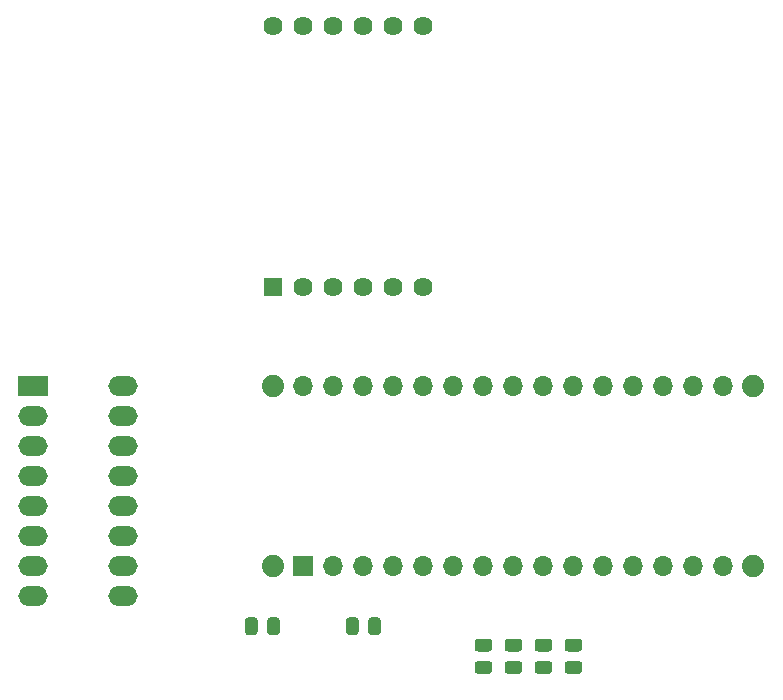
<source format=gbr>
%TF.GenerationSoftware,KiCad,Pcbnew,(5.1.6)-1*%
%TF.CreationDate,2020-12-02T03:44:21-06:00*%
%TF.ProjectId,BoardDesign,426f6172-6444-4657-9369-676e2e6b6963,rev?*%
%TF.SameCoordinates,Original*%
%TF.FileFunction,Soldermask,Top*%
%TF.FilePolarity,Negative*%
%FSLAX46Y46*%
G04 Gerber Fmt 4.6, Leading zero omitted, Abs format (unit mm)*
G04 Created by KiCad (PCBNEW (5.1.6)-1) date 2020-12-02 03:44:21*
%MOMM*%
%LPD*%
G01*
G04 APERTURE LIST*
%ADD10O,2.500000X1.700000*%
%ADD11R,2.500000X1.700000*%
%ADD12C,1.624000*%
%ADD13R,1.624000X1.624000*%
%ADD14C,1.880000*%
%ADD15O,1.700000X1.700000*%
%ADD16R,1.700000X1.700000*%
G04 APERTURE END LIST*
D10*
%TO.C,74HC595*%
X121920000Y-60960000D03*
X114300000Y-78740000D03*
X121920000Y-63500000D03*
X114300000Y-76200000D03*
X121920000Y-66040000D03*
X114300000Y-73660000D03*
X121920000Y-68580000D03*
X114300000Y-71120000D03*
X121920000Y-71120000D03*
X114300000Y-68580000D03*
X121920000Y-73660000D03*
X114300000Y-66040000D03*
X121920000Y-76200000D03*
X114300000Y-63500000D03*
X121920000Y-78740000D03*
D11*
X114300000Y-60960000D03*
%TD*%
D12*
%TO.C,Screen*%
X147320000Y-52578000D03*
X144780000Y-52578000D03*
X142240000Y-52578000D03*
X139700000Y-52578000D03*
X137160000Y-52578000D03*
D13*
X134620000Y-52578000D03*
D12*
X147320000Y-30480000D03*
X144780000Y-30480000D03*
X142240000Y-30480000D03*
X139700000Y-30480000D03*
X137160000Y-30480000D03*
X134620000Y-30480000D03*
%TD*%
%TO.C,TH1*%
G36*
G01*
X142640000Y-81761250D02*
X142640000Y-80798750D01*
G75*
G02*
X142908750Y-80530000I268750J0D01*
G01*
X143446250Y-80530000D01*
G75*
G02*
X143715000Y-80798750I0J-268750D01*
G01*
X143715000Y-81761250D01*
G75*
G02*
X143446250Y-82030000I-268750J0D01*
G01*
X142908750Y-82030000D01*
G75*
G02*
X142640000Y-81761250I0J268750D01*
G01*
G37*
G36*
G01*
X140765000Y-81761250D02*
X140765000Y-80798750D01*
G75*
G02*
X141033750Y-80530000I268750J0D01*
G01*
X141571250Y-80530000D01*
G75*
G02*
X141840000Y-80798750I0J-268750D01*
G01*
X141840000Y-81761250D01*
G75*
G02*
X141571250Y-82030000I-268750J0D01*
G01*
X141033750Y-82030000D01*
G75*
G02*
X140765000Y-81761250I0J268750D01*
G01*
G37*
%TD*%
%TO.C,10k*%
G36*
G01*
X134082500Y-81761250D02*
X134082500Y-80798750D01*
G75*
G02*
X134351250Y-80530000I268750J0D01*
G01*
X134888750Y-80530000D01*
G75*
G02*
X135157500Y-80798750I0J-268750D01*
G01*
X135157500Y-81761250D01*
G75*
G02*
X134888750Y-82030000I-268750J0D01*
G01*
X134351250Y-82030000D01*
G75*
G02*
X134082500Y-81761250I0J268750D01*
G01*
G37*
G36*
G01*
X132207500Y-81761250D02*
X132207500Y-80798750D01*
G75*
G02*
X132476250Y-80530000I268750J0D01*
G01*
X133013750Y-80530000D01*
G75*
G02*
X133282500Y-80798750I0J-268750D01*
G01*
X133282500Y-81761250D01*
G75*
G02*
X133013750Y-82030000I-268750J0D01*
G01*
X132476250Y-82030000D01*
G75*
G02*
X132207500Y-81761250I0J268750D01*
G01*
G37*
%TD*%
%TO.C,R4*%
G36*
G01*
X160501250Y-83420000D02*
X159538750Y-83420000D01*
G75*
G02*
X159270000Y-83151250I0J268750D01*
G01*
X159270000Y-82613750D01*
G75*
G02*
X159538750Y-82345000I268750J0D01*
G01*
X160501250Y-82345000D01*
G75*
G02*
X160770000Y-82613750I0J-268750D01*
G01*
X160770000Y-83151250D01*
G75*
G02*
X160501250Y-83420000I-268750J0D01*
G01*
G37*
G36*
G01*
X160501250Y-85295000D02*
X159538750Y-85295000D01*
G75*
G02*
X159270000Y-85026250I0J268750D01*
G01*
X159270000Y-84488750D01*
G75*
G02*
X159538750Y-84220000I268750J0D01*
G01*
X160501250Y-84220000D01*
G75*
G02*
X160770000Y-84488750I0J-268750D01*
G01*
X160770000Y-85026250D01*
G75*
G02*
X160501250Y-85295000I-268750J0D01*
G01*
G37*
%TD*%
%TO.C,R3*%
G36*
G01*
X157961250Y-83420000D02*
X156998750Y-83420000D01*
G75*
G02*
X156730000Y-83151250I0J268750D01*
G01*
X156730000Y-82613750D01*
G75*
G02*
X156998750Y-82345000I268750J0D01*
G01*
X157961250Y-82345000D01*
G75*
G02*
X158230000Y-82613750I0J-268750D01*
G01*
X158230000Y-83151250D01*
G75*
G02*
X157961250Y-83420000I-268750J0D01*
G01*
G37*
G36*
G01*
X157961250Y-85295000D02*
X156998750Y-85295000D01*
G75*
G02*
X156730000Y-85026250I0J268750D01*
G01*
X156730000Y-84488750D01*
G75*
G02*
X156998750Y-84220000I268750J0D01*
G01*
X157961250Y-84220000D01*
G75*
G02*
X158230000Y-84488750I0J-268750D01*
G01*
X158230000Y-85026250D01*
G75*
G02*
X157961250Y-85295000I-268750J0D01*
G01*
G37*
%TD*%
%TO.C,R2*%
G36*
G01*
X154458750Y-84220000D02*
X155421250Y-84220000D01*
G75*
G02*
X155690000Y-84488750I0J-268750D01*
G01*
X155690000Y-85026250D01*
G75*
G02*
X155421250Y-85295000I-268750J0D01*
G01*
X154458750Y-85295000D01*
G75*
G02*
X154190000Y-85026250I0J268750D01*
G01*
X154190000Y-84488750D01*
G75*
G02*
X154458750Y-84220000I268750J0D01*
G01*
G37*
G36*
G01*
X154458750Y-82345000D02*
X155421250Y-82345000D01*
G75*
G02*
X155690000Y-82613750I0J-268750D01*
G01*
X155690000Y-83151250D01*
G75*
G02*
X155421250Y-83420000I-268750J0D01*
G01*
X154458750Y-83420000D01*
G75*
G02*
X154190000Y-83151250I0J268750D01*
G01*
X154190000Y-82613750D01*
G75*
G02*
X154458750Y-82345000I268750J0D01*
G01*
G37*
%TD*%
%TO.C,330*%
G36*
G01*
X152881250Y-83420000D02*
X151918750Y-83420000D01*
G75*
G02*
X151650000Y-83151250I0J268750D01*
G01*
X151650000Y-82613750D01*
G75*
G02*
X151918750Y-82345000I268750J0D01*
G01*
X152881250Y-82345000D01*
G75*
G02*
X153150000Y-82613750I0J-268750D01*
G01*
X153150000Y-83151250D01*
G75*
G02*
X152881250Y-83420000I-268750J0D01*
G01*
G37*
G36*
G01*
X152881250Y-85295000D02*
X151918750Y-85295000D01*
G75*
G02*
X151650000Y-85026250I0J268750D01*
G01*
X151650000Y-84488750D01*
G75*
G02*
X151918750Y-84220000I268750J0D01*
G01*
X152881250Y-84220000D01*
G75*
G02*
X153150000Y-84488750I0J-268750D01*
G01*
X153150000Y-85026250D01*
G75*
G02*
X152881250Y-85295000I-268750J0D01*
G01*
G37*
%TD*%
D14*
%TO.C,A1*%
X175260000Y-76200000D03*
X175260000Y-60960000D03*
X134620000Y-60960000D03*
X134620000Y-76200000D03*
D15*
X172720000Y-60960000D03*
X172720000Y-76200000D03*
X137160000Y-60960000D03*
X170180000Y-76200000D03*
X139700000Y-60960000D03*
X167640000Y-76200000D03*
X142240000Y-60960000D03*
X165100000Y-76200000D03*
X144780000Y-60960000D03*
X162560000Y-76200000D03*
X147320000Y-60960000D03*
X160020000Y-76200000D03*
X149860000Y-60960000D03*
X157480000Y-76200000D03*
X152400000Y-60960000D03*
X154940000Y-76200000D03*
X154940000Y-60960000D03*
X152400000Y-76200000D03*
X157480000Y-60960000D03*
X149860000Y-76200000D03*
X160020000Y-60960000D03*
X147320000Y-76200000D03*
X162560000Y-60960000D03*
X144780000Y-76200000D03*
X165100000Y-60960000D03*
X142240000Y-76200000D03*
X167640000Y-60960000D03*
X139700000Y-76200000D03*
X170180000Y-60960000D03*
D16*
X137160000Y-76200000D03*
%TD*%
M02*

</source>
